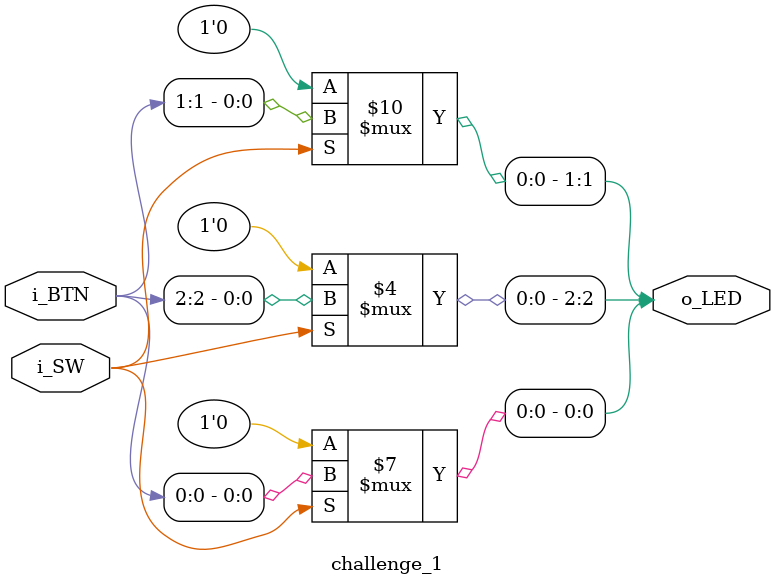
<source format=v>
`timescale 1ns / 1ps


module challenge_1(
    input i_SW,
    input [2:0] i_BTN,
    output reg [2:0] o_LED
    );
    
    always@ (*) // Challenge
    begin
        if (i_SW == 1)
            begin
            o_LED[0] = i_BTN[0];
            o_LED[1] = i_BTN[1];
            o_LED[2] = i_BTN[2];
            end
        else
            o_LED = 3'b000;      
    end
endmodule

</source>
